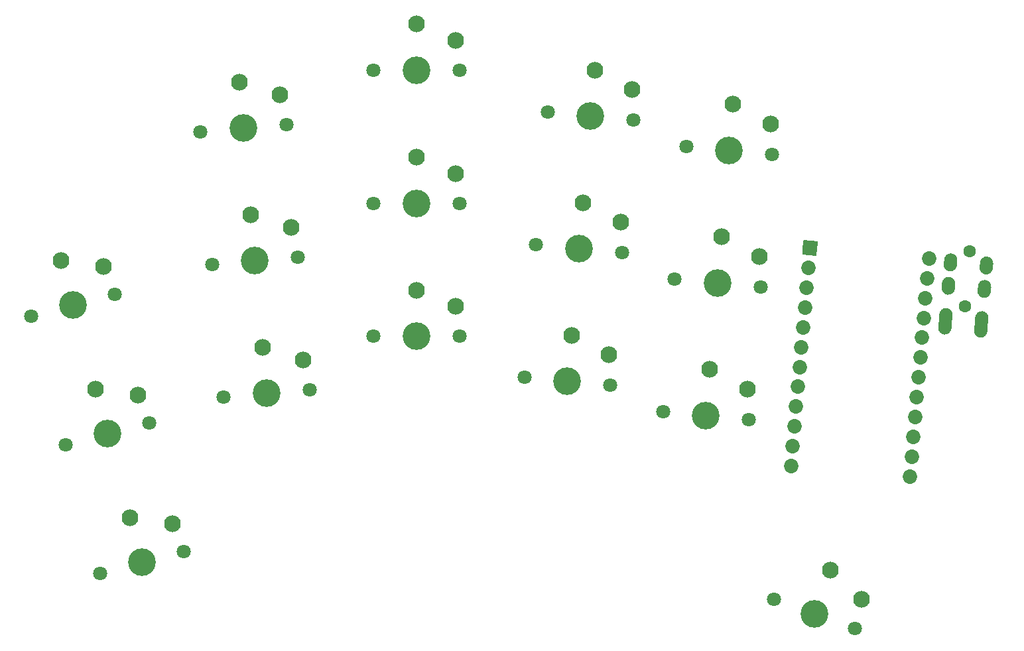
<source format=gbr>
%TF.GenerationSoftware,KiCad,Pcbnew,(5.1.9)-1*%
%TF.CreationDate,2021-07-01T17:14:58+02:00*%
%TF.ProjectId,dosidicus_gigas_alu,646f7369-6469-4637-9573-5f6769676173,VERSION_HERE*%
%TF.SameCoordinates,Original*%
%TF.FileFunction,Soldermask,Bot*%
%TF.FilePolarity,Negative*%
%FSLAX46Y46*%
G04 Gerber Fmt 4.6, Leading zero omitted, Abs format (unit mm)*
G04 Created by KiCad (PCBNEW (5.1.9)-1) date 2021-07-01 17:14:58*
%MOMM*%
%LPD*%
G01*
G04 APERTURE LIST*
%ADD10C,3.529000*%
%ADD11C,1.801800*%
%ADD12C,2.132000*%
%ADD13C,1.852600*%
%ADD14C,1.600000*%
G04 APERTURE END LIST*
D10*
%TO.C,S1*%
X13600100Y-579300D03*
D11*
X18912692Y844205D03*
X8287508Y-2002805D03*
D12*
X17446217Y4385313D03*
X12073068Y5119662D03*
%TD*%
D10*
%TO.C,S2*%
X9200200Y15841500D03*
D11*
X14512792Y17265005D03*
X3887608Y14417995D03*
D12*
X13046317Y20806113D03*
X7673168Y21540462D03*
%TD*%
D10*
%TO.C,S3*%
X4800200Y32262200D03*
D11*
X10112792Y33685705D03*
X-512392Y30838695D03*
D12*
X8646317Y37226813D03*
X3273168Y37961162D03*
%TD*%
D10*
%TO.C,S4*%
X29505100Y21014800D03*
D11*
X34984171Y21494157D03*
X24026029Y20535443D03*
D12*
X34154882Y25236119D03*
X28990881Y26892349D03*
%TD*%
D10*
%TO.C,S5*%
X28023400Y37950100D03*
D11*
X33502471Y38429457D03*
X22544329Y37470743D03*
D12*
X32673182Y42171419D03*
X27509181Y43827649D03*
%TD*%
D10*
%TO.C,S6*%
X26541800Y54885400D03*
D11*
X32020871Y55364757D03*
X21062729Y54406043D03*
D12*
X31191582Y59106719D03*
X26027581Y60762949D03*
%TD*%
D10*
%TO.C,S7*%
X48624400Y28293400D03*
D11*
X54124400Y28293400D03*
X43124400Y28293400D03*
D12*
X53624400Y32093400D03*
X48624400Y34193400D03*
%TD*%
D10*
%TO.C,S8*%
X48624400Y45293400D03*
D11*
X54124400Y45293400D03*
X43124400Y45293400D03*
D12*
X53624400Y49093400D03*
X48624400Y51193400D03*
%TD*%
D10*
%TO.C,S9*%
X48624400Y62293400D03*
D11*
X54124400Y62293400D03*
X43124400Y62293400D03*
D12*
X53624400Y66093400D03*
X48624400Y68193400D03*
%TD*%
D10*
%TO.C,S10*%
X67906000Y22562000D03*
D11*
X73385071Y22082643D03*
X62426929Y23041357D03*
D12*
X73218165Y25911761D03*
X68420219Y28439549D03*
%TD*%
D10*
%TO.C,S11*%
X69387700Y39497300D03*
D11*
X74866771Y39017943D03*
X63908629Y39976657D03*
D12*
X74699865Y42847061D03*
X69901919Y45374849D03*
%TD*%
D10*
%TO.C,S12*%
X70869300Y56432700D03*
D11*
X76348371Y55953343D03*
X65390229Y56912057D03*
D12*
X76181465Y59782461D03*
X71383519Y62310249D03*
%TD*%
D10*
%TO.C,S13*%
X85590600Y18170700D03*
D11*
X91069671Y17691343D03*
X80111529Y18650057D03*
D12*
X90902765Y21520461D03*
X86104819Y24048249D03*
%TD*%
D10*
%TO.C,S14*%
X87072200Y35106000D03*
D11*
X92551271Y34626643D03*
X81593129Y35585357D03*
D12*
X92384365Y38455761D03*
X87586419Y40983549D03*
%TD*%
D10*
%TO.C,S15*%
X88553900Y52041300D03*
D11*
X94032971Y51561943D03*
X83074829Y52520657D03*
D12*
X93866065Y55391061D03*
X89068119Y57918849D03*
%TD*%
D10*
%TO.C,S16*%
X99438000Y-7132500D03*
D11*
X104606309Y-9013611D03*
X94269691Y-5251389D03*
D12*
X105436140Y-5271769D03*
X101455919Y-1588314D03*
%TD*%
%TO.C,C1*%
G36*
G01*
X98093329Y40562517D02*
X99839260Y40409768D01*
G75*
G02*
X99884712Y40355600I-4358J-49810D01*
G01*
X99731963Y38609669D01*
G75*
G02*
X99677795Y38564217I-49810J4358D01*
G01*
X97931864Y38716966D01*
G75*
G02*
X97886412Y38771134I4358J49810D01*
G01*
X98039161Y40517065D01*
G75*
G02*
X98093329Y40562517I49810J-4358D01*
G01*
G37*
D13*
X98664187Y37033032D03*
X98442811Y34502698D03*
X98221435Y31972363D03*
X98000060Y29442029D03*
X97778684Y26911694D03*
X97557309Y24381359D03*
X97335933Y21851025D03*
X97114557Y19320690D03*
X96893182Y16790356D03*
X96671806Y14260021D03*
X96450431Y11729687D03*
X114067569Y38235113D03*
X113846194Y35704779D03*
X113624818Y33174444D03*
X113403443Y30644110D03*
X113182067Y28113775D03*
X112960691Y25583441D03*
X112739316Y23053106D03*
X112517940Y20522771D03*
X112296565Y17992437D03*
X112075189Y15462102D03*
X111853813Y12931768D03*
X111632438Y10401433D03*
%TD*%
D14*
%TO.C,REF\u002A\u002A*%
X118639213Y32156384D03*
X119249303Y39129747D03*
G36*
G01*
X119822228Y29041424D02*
X119874522Y29639140D01*
G75*
G02*
X120795369Y30411823I846765J-74082D01*
G01*
X120795369Y30411823D01*
G75*
G02*
X121568052Y29490976I-74082J-846765D01*
G01*
X121515758Y28893260D01*
G75*
G02*
X120594911Y28120577I-846765J74082D01*
G01*
X120594911Y28120577D01*
G75*
G02*
X119822228Y29041424I74082J846765D01*
G01*
G37*
G36*
G01*
X115335604Y30538154D02*
X115387898Y31135870D01*
G75*
G02*
X116308745Y31908553I846765J-74082D01*
G01*
X116308745Y31908553D01*
G75*
G02*
X117081428Y30987706I-74082J-846765D01*
G01*
X117029134Y30389990D01*
G75*
G02*
X116108287Y29617307I-846765J74082D01*
G01*
X116108287Y29617307D01*
G75*
G02*
X115335604Y30538154I74082J846765D01*
G01*
G37*
G36*
G01*
X115684227Y34522933D02*
X115736521Y35120649D01*
G75*
G02*
X116657368Y35893332I846765J-74082D01*
G01*
X116657368Y35893332D01*
G75*
G02*
X117430051Y34972485I-74082J-846765D01*
G01*
X117377757Y34374769D01*
G75*
G02*
X116456910Y33602086I-846765J74082D01*
G01*
X116456910Y33602086D01*
G75*
G02*
X115684227Y34522933I74082J846765D01*
G01*
G37*
G36*
G01*
X115945694Y37511517D02*
X115997988Y38109233D01*
G75*
G02*
X116918835Y38881916I846765J-74082D01*
G01*
X116918835Y38881916D01*
G75*
G02*
X117691518Y37961069I-74082J-846765D01*
G01*
X117639224Y37363353D01*
G75*
G02*
X116718377Y36590670I-846765J74082D01*
G01*
X116718377Y36590670D01*
G75*
G02*
X115945694Y37511517I74082J846765D01*
G01*
G37*
G36*
G01*
X115239732Y29442340D02*
X115292026Y30040056D01*
G75*
G02*
X116212873Y30812739I846765J-74082D01*
G01*
X116212873Y30812739D01*
G75*
G02*
X116985556Y29891892I-74082J-846765D01*
G01*
X116933262Y29294176D01*
G75*
G02*
X116012415Y28521493I-846765J74082D01*
G01*
X116012415Y28521493D01*
G75*
G02*
X115239732Y29442340I74082J846765D01*
G01*
G37*
G36*
G01*
X119918099Y30137238D02*
X119970393Y30734954D01*
G75*
G02*
X120891240Y31507637I846765J-74082D01*
G01*
X120891240Y31507637D01*
G75*
G02*
X121663923Y30586790I-74082J-846765D01*
G01*
X121611629Y29989074D01*
G75*
G02*
X120690782Y29216391I-846765J74082D01*
G01*
X120690782Y29216391D01*
G75*
G02*
X119918099Y30137238I74082J846765D01*
G01*
G37*
G36*
G01*
X120266722Y34122017D02*
X120319016Y34719733D01*
G75*
G02*
X121239863Y35492416I846765J-74082D01*
G01*
X121239863Y35492416D01*
G75*
G02*
X122012546Y34571569I-74082J-846765D01*
G01*
X121960252Y33973853D01*
G75*
G02*
X121039405Y33201170I-846765J74082D01*
G01*
X121039405Y33201170D01*
G75*
G02*
X120266722Y34122017I74082J846765D01*
G01*
G37*
G36*
G01*
X120528190Y37110601D02*
X120580484Y37708317D01*
G75*
G02*
X121501331Y38481000I846765J-74082D01*
G01*
X121501331Y38481000D01*
G75*
G02*
X122274014Y37560153I-74082J-846765D01*
G01*
X122221720Y36962437D01*
G75*
G02*
X121300873Y36189754I-846765J74082D01*
G01*
X121300873Y36189754D01*
G75*
G02*
X120528190Y37110601I74082J846765D01*
G01*
G37*
%TD*%
M02*

</source>
